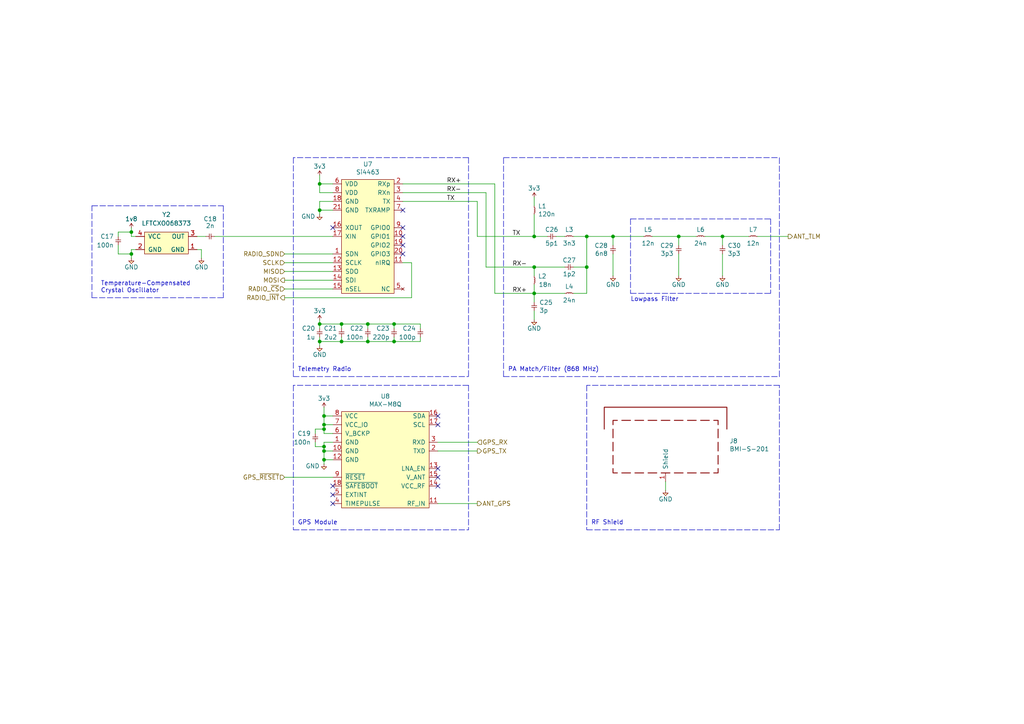
<source format=kicad_sch>
(kicad_sch (version 20211123) (generator eeschema)
  (paper "A4")
  (title_block (title "Lychee Flight Computer") (date "2021-12-31") (rev "1") (company "Cambridge University Spaceflight") (comment 1 "Drawn By H. Franks"))
  (lib_symbols
    (symbol "Strix:1v8" (power) (pin_numbers hide) (pin_names (offset 1.016) hide)
      (property "Value" "1v8" (at 0 2.286 0))
      (symbol "1v8_0_1"
        (polyline (pts (xy 0 1.27) (xy 0.508 0.508)))
        (polyline (pts (xy 0 0) (xy 0 1.27) (xy -0.508 0.508)))
      )
      (symbol "1v8_1_1"
        (pin power_in line (at 0 0 180) (length 0) hide (name "1v8") (number "1"))
      )
    )
    (symbol "Strix:3v3" (power) (pin_numbers hide) (pin_names (offset 1.016) hide)
      (property "Value" "3v3" (at 0 2.286 0))
      (symbol "3v3_0_1"
        (polyline (pts (xy 0 1.27) (xy 0.508 0.508)))
        (polyline (pts (xy 0 0) (xy 0 1.27) (xy -0.508 0.508)))
      )
      (symbol "3v3_1_1"
        (pin power_in line (at 0 0 180) (length 0) hide (name "3v3") (number "1"))
      )
    )
    (symbol "Strix:BMI-S-201" (pin_names (offset 1.016))
      (property "Reference" "J" (at 0 5.08 0))
      (property "Value" "BMI-S-201" (at 0 2.54 0))
      (symbol "BMI-S-201_0_1"
        (polyline (pts (xy -15.24 -5.08) (xy -15.24 -2.54)) (stroke (width 0.254)))
        (polyline (pts (xy -15.24 -1.27) (xy -15.24 1.27)) (stroke (width 0.254)))
        (polyline (pts (xy -15.24 2.54) (xy -15.24 5.08)) (stroke (width 0.254)))
        (polyline (pts (xy -12.7 7.62) (xy -10.16 7.62)) (stroke (width 0.254)))
        (polyline (pts (xy -10.16 -7.62) (xy -12.7 -7.62)) (stroke (width 0.254)))
        (polyline (pts (xy -6.35 -7.62) (xy -8.89 -7.62)) (stroke (width 0.254)))
        (polyline (pts (xy -6.35 7.62) (xy -8.89 7.62)) (stroke (width 0.254)))
        (polyline (pts (xy -2.54 -7.62) (xy -5.08 -7.62)) (stroke (width 0.254)))
        (polyline (pts (xy -2.54 7.62) (xy -5.08 7.62)) (stroke (width 0.254)))
        (polyline (pts (xy -1.27 -7.62) (xy 1.27 -7.62)) (stroke (width 0.254)))
        (polyline (pts (xy 1.27 7.62) (xy -1.27 7.62)) (stroke (width 0.254)))
        (polyline (pts (xy 2.54 -7.62) (xy 5.08 -7.62)) (stroke (width 0.254)))
        (polyline (pts (xy 5.08 7.62) (xy 2.54 7.62)) (stroke (width 0.254)))
        (polyline (pts (xy 6.35 -7.62) (xy 8.89 -7.62)) (stroke (width 0.254)))
        (polyline (pts (xy 8.89 7.62) (xy 6.35 7.62)) (stroke (width 0.254)))
        (polyline (pts (xy 10.16 -7.62) (xy 12.7 -7.62)) (stroke (width 0.254)))
        (polyline (pts (xy 12.7 7.62) (xy 10.16 7.62)) (stroke (width 0.254)))
        (polyline (pts (xy 15.24 -5.08) (xy 15.24 -2.54)) (stroke (width 0.254)))
        (polyline (pts (xy 15.24 -1.27) (xy 15.24 1.27)) (stroke (width 0.254)))
        (polyline (pts (xy 15.24 2.54) (xy 15.24 5.08)) (stroke (width 0.254)))
        (polyline (pts (xy -15.24 6.35) (xy -15.24 7.62) (xy -13.97 7.62)) (stroke (width 0.254)))
        (polyline (pts (xy -13.97 -7.62) (xy -15.24 -7.62) (xy -15.24 -6.35)) (stroke (width 0.254)))
        (polyline (pts (xy 13.97 -7.62) (xy 15.24 -7.62) (xy 15.24 -6.35)) (stroke (width 0.254)))
        (polyline (pts (xy 15.24 6.35) (xy 15.24 7.62) (xy 13.97 7.62)) (stroke (width 0.254)))
        (polyline (pts (xy -17.78 5.08) (xy -17.78 11.43) (xy 17.78 11.43) (xy 17.78 5.08)) (stroke (width 0.254)))
      )
      (symbol "BMI-S-201_1_1"
        (pin passive line (at 0 -10.16 90) (length 2.54) (name "Shield") (number "1"))
      )
    )
    (symbol "Strix:C" (pin_numbers hide) (pin_names (offset 1.016) hide)
      (property "Reference" "C" (at 1.27 1.778 0))
      (property "Value" "C" (at 1.27 -1.778 0))
      (symbol "C_0_1"
        (polyline (pts (xy 1.016 0.762) (xy 1.016 -0.762)))
        (polyline (pts (xy 1.524 0.762) (xy 1.524 -0.762)))
      )
      (symbol "C_1_1"
        (pin passive line (at 0 0 0) (length 1.016) (name "~") (number "1"))
        (pin passive line (at 2.54 0 180) (length 1.016) (name "~") (number "2"))
      )
    )
    (symbol "Strix:GND" (power) (pin_numbers hide) (pin_names (offset 1.016) hide)
      (property "Value" "GND" (at 0 -2.54 0))
      (symbol "GND_0_1"
        (polyline (pts (xy 0 0) (xy 0 -0.762)))
        (polyline (pts (xy -0.762 -0.762) (xy 0.762 -0.762) (xy 0 -1.524) (xy -0.762 -0.762)) (fill (type background)))
      )
      (symbol "GND_1_1"
        (pin power_in line (at 0 0 180) (length 0) hide (name "GND") (number "1"))
      )
    )
    (symbol "Strix:L" (pin_numbers hide) (pin_names (offset 1.016) hide)
      (property "Reference" "L" (at 1.27 1.27 0))
      (property "Value" "L" (at 1.27 -1.27 0))
      (symbol "L_0_1"
        (arc (start 1.016 0) (mid 0.762 0.254) (end 0.508 0))
        (arc (start 1.524 0) (mid 1.27 0.254) (end 1.016 0))
        (arc (start 2.032 0) (mid 1.778 0.254) (end 1.524 0))
      )
      (symbol "L_1_1"
        (pin passive line (at 0 0 0) (length 0.508) (name "~") (number "1"))
        (pin passive line (at 2.54 0 180) (length 0.508) (name "~") (number "2"))
      )
    )
    (symbol "Strix:LFTCXO068373" (pin_names (offset 1.016))
      (property "Reference" "Y" (at 0 3.81 0))
      (property "Value" "LFTCXO068373" (at 0 -5.08 0))
      (symbol "LFTCXO068373_0_1"
        (rectangle (start -6.35 2.54) (end 6.35 -3.81) (fill (type background)))
      )
      (symbol "LFTCXO068373_1_1"
        (pin power_in line (at 8.89 -2.54 180) (length 2.54) (name "GND") (number "1"))
        (pin power_in line (at -8.89 -2.54 0) (length 2.54) (name "GND") (number "2"))
        (pin output line (at 8.89 1.27 180) (length 2.54) (name "OUT") (number "3"))
        (pin power_in line (at -8.89 1.27 0) (length 2.54) (name "VCC") (number "4"))
      )
    )
    (symbol "Strix:MAX-M8Q" (pin_names (offset 1.016))
      (property "Reference" "U" (at -12.7 15.24 0))
      (property "Value" "MAX-M8Q" (at -12.7 -15.24 0))
      (symbol "MAX-M8Q_0_0"
        (pin power_in line (at -15.24 5.08 0) (length 2.54) (name "GND") (number "1"))
        (pin power_in line (at -15.24 2.54 0) (length 2.54) (name "GND") (number "10"))
        (pin input line (at 15.24 -12.7 180) (length 2.54) (name "RF_IN") (number "11"))
        (pin power_in line (at -15.24 0 0) (length 2.54) (name "GND") (number "12"))
        (pin output line (at 15.24 -2.54 180) (length 2.54) (name "LNA_EN") (number "13"))
        (pin power_out line (at 15.24 -7.62 180) (length 2.54) (name "VCC_RF") (number "14"))
        (pin power_in line (at 15.24 -5.08 180) (length 2.54) (name "V_ANT") (number "15"))
        (pin bidirectional line (at 15.24 12.7 180) (length 2.54) (name "SDA") (number "16"))
        (pin bidirectional line (at 15.24 10.16 180) (length 2.54) (name "SCL") (number "17"))
        (pin input line (at -15.24 -7.62 0) (length 2.54) (name "~{SAFEBOOT}") (number "18"))
        (pin input line (at 15.24 2.54 180) (length 2.54) (name "TXD") (number "2"))
        (pin input line (at 15.24 5.08 180) (length 2.54) (name "RXD") (number "3"))
        (pin output line (at -15.24 -12.7 0) (length 2.54) (name "TIMEPULSE") (number "4"))
        (pin input line (at -15.24 -10.16 0) (length 2.54) (name "EXTINT") (number "5"))
        (pin power_in line (at -15.24 7.62 0) (length 2.54) (name "V_BCKP") (number "6"))
        (pin power_in line (at -15.24 10.16 0) (length 2.54) (name "VCC_IO") (number "7"))
        (pin power_in line (at -15.24 12.7 0) (length 2.54) (name "VCC") (number "8"))
        (pin input line (at -15.24 -5.08 0) (length 2.54) (name "~{RESET}") (number "9"))
      )
      (symbol "MAX-M8Q_0_1"
        (rectangle (start -12.7 13.97) (end 12.7 -13.97) (fill (type background)))
      )
    )
    (symbol "Strix:Si4463" (pin_names (offset 1.016))
      (property "Reference" "U" (at -7.62 17.78 0))
      (property "Value" "Si4463" (at -7.62 -17.78 0))
      (symbol "Si4463_0_1"
        (rectangle (start -7.62 16.51) (end 7.62 -16.51) (fill (type background)))
      )
      (symbol "Si4463_1_1"
        (pin input line (at -10.16 -5.08 0) (length 2.54) (name "SDN") (number "1"))
        (pin bidirectional line (at 10.16 0 180) (length 2.54) (name "GPIO1") (number "10"))
        (pin output line (at 10.16 -7.62 180) (length 2.54) (name "nIRQ") (number "11"))
        (pin input line (at -10.16 -7.62 0) (length 2.54) (name "SCLK") (number "12"))
        (pin output line (at -10.16 -10.16 0) (length 2.54) (name "SDO") (number "13"))
        (pin input line (at -10.16 -12.7 0) (length 2.54) (name "SDI") (number "14"))
        (pin input line (at -10.16 -15.24 0) (length 2.54) (name "nSEL") (number "15"))
        (pin output line (at -10.16 2.54 0) (length 2.54) (name "XOUT") (number "16"))
        (pin input line (at -10.16 0 0) (length 2.54) (name "XIN") (number "17"))
        (pin power_in line (at -10.16 10.16 0) (length 2.54) (name "GND") (number "18"))
        (pin bidirectional line (at 10.16 -2.54 180) (length 2.54) (name "GPIO2") (number "19"))
        (pin input line (at 10.16 15.24 180) (length 2.54) (name "RXp") (number "2"))
        (pin bidirectional line (at 10.16 -5.08 180) (length 2.54) (name "GPIO3") (number "20"))
        (pin power_in line (at -10.16 7.62 0) (length 2.54) (name "GND") (number "21"))
        (pin input line (at 10.16 12.7 180) (length 2.54) (name "RXn") (number "3"))
        (pin output line (at 10.16 10.16 180) (length 2.54) (name "TX") (number "4"))
        (pin no_connect line (at 10.16 -15.24 180) (length 2.54) (name "NC") (number "5"))
        (pin power_in line (at -10.16 15.24 0) (length 2.54) (name "VDD") (number "6"))
        (pin output line (at 10.16 7.62 180) (length 2.54) (name "TXRAMP") (number "7"))
        (pin power_in line (at -10.16 12.7 0) (length 2.54) (name "VDD") (number "8"))
        (pin bidirectional line (at 10.16 2.54 180) (length 2.54) (name "GPIO0") (number "9"))
      )
    )
  )
  (junction (at 106.68 99.06))
  (junction (at 196.85 68.58))
  (junction (at 99.06 93.98))
  (junction (at 38.1 73.66))
  (junction (at 154.94 77.47))
  (junction (at 114.3 93.98))
  (junction (at 114.3 99.06))
  (junction (at 177.8 68.58))
  (junction (at 38.1 67.31))
  (junction (at 93.98 133.35))
  (junction (at 106.68 93.98))
  (junction (at 93.98 123.19))
  (junction (at 92.71 53.34))
  (junction (at 209.55 68.58))
  (junction (at 93.98 130.81))
  (junction (at 92.71 93.98))
  (junction (at 93.98 129.54))
  (junction (at 154.94 85.09))
  (junction (at 154.94 68.58))
  (junction (at 92.71 99.06))
  (junction (at 93.98 124.46))
  (junction (at 92.71 60.96))
  (junction (at 99.06 99.06))
  (junction (at 93.98 120.65))
  (junction (at 170.18 77.47))
  (junction (at 170.18 68.58))
  (no_connect (at 127 123.19))
  (no_connect (at 96.52 143.51))
  (no_connect (at 116.84 73.66))
  (no_connect (at 127 138.43))
  (no_connect (at 116.84 71.12))
  (no_connect (at 116.84 66.04))
  (no_connect (at 127 120.65))
  (no_connect (at 96.52 146.05))
  (no_connect (at 127 140.97))
  (no_connect (at 116.84 60.96))
  (no_connect (at 96.52 140.97))
  (no_connect (at 96.52 66.04))
  (no_connect (at 127 135.89))
  (no_connect (at 116.84 68.58))
  (polyline (pts (xy 146.05 45.72) (xy 226.06 45.72)))
  (wire (pts (xy 34.29 71.12) (xy 34.29 73.66)))
  (polyline (pts (xy 135.89 45.72) (xy 85.09 45.72)))
  (wire (pts (xy 138.43 58.42) (xy 138.43 68.58)))
  (polyline (pts (xy 85.09 109.22) (xy 135.89 109.22)))
  (wire (pts (xy 82.55 138.43) (xy 96.52 138.43)))
  (polyline (pts (xy 226.06 109.22) (xy 226.06 45.72)))
  (wire (pts (xy 93.98 134.62) (xy 93.98 133.35)))
  (wire (pts (xy 106.68 99.06) (xy 106.68 97.79)))
  (wire (pts (xy 91.44 124.46) (xy 91.44 125.73)))
  (polyline (pts (xy 182.88 63.5) (xy 182.88 85.09)))
  (wire (pts (xy 99.06 93.98) (xy 99.06 95.25)))
  (polyline (pts (xy 226.06 111.76) (xy 170.18 111.76)))
  (wire (pts (xy 119.38 86.36) (xy 119.38 76.2)))
  (wire (pts (xy 93.98 123.19) (xy 93.98 124.46)))
  (wire (pts (xy 92.71 99.06) (xy 99.06 99.06)))
  (wire (pts (xy 116.84 76.2) (xy 119.38 76.2)))
  (wire (pts (xy 154.94 85.09) (xy 154.94 87.63)))
  (wire (pts (xy 166.37 77.47) (xy 170.18 77.47)))
  (wire (pts (xy 196.85 71.12) (xy 196.85 68.58)))
  (wire (pts (xy 92.71 93.98) (xy 92.71 95.25)))
  (wire (pts (xy 114.3 93.98) (xy 114.3 95.25)))
  (wire (pts (xy 93.98 128.27) (xy 96.52 128.27)))
  (wire (pts (xy 92.71 58.42) (xy 92.71 60.96)))
  (wire (pts (xy 114.3 99.06) (xy 121.92 99.06)))
  (wire (pts (xy 116.84 58.42) (xy 138.43 58.42)))
  (wire (pts (xy 209.55 68.58) (xy 209.55 71.12)))
  (wire (pts (xy 93.98 130.81) (xy 93.98 129.54)))
  (wire (pts (xy 127 146.05) (xy 138.43 146.05)))
  (wire (pts (xy 91.44 128.27) (xy 91.44 129.54)))
  (wire (pts (xy 143.51 53.34) (xy 143.51 85.09)))
  (wire (pts (xy 91.44 129.54) (xy 93.98 129.54)))
  (wire (pts (xy 170.18 77.47) (xy 170.18 85.09)))
  (wire (pts (xy 121.92 99.06) (xy 121.92 97.79)))
  (wire (pts (xy 93.98 125.73) (xy 96.52 125.73)))
  (wire (pts (xy 116.84 53.34) (xy 143.51 53.34)))
  (wire (pts (xy 34.29 67.31) (xy 38.1 67.31)))
  (wire (pts (xy 219.71 68.58) (xy 228.6 68.58)))
  (wire (pts (xy 114.3 99.06) (xy 106.68 99.06)))
  (wire (pts (xy 127 128.27) (xy 138.43 128.27)))
  (wire (pts (xy 154.94 82.55) (xy 154.94 85.09)))
  (wire (pts (xy 38.1 67.31) (xy 38.1 68.58)))
  (wire (pts (xy 201.93 68.58) (xy 196.85 68.58)))
  (wire (pts (xy 186.69 68.58) (xy 177.8 68.58)))
  (wire (pts (xy 93.98 129.54) (xy 93.98 128.27)))
  (wire (pts (xy 154.94 90.17) (xy 154.94 92.71)))
  (polyline (pts (xy 85.09 45.72) (xy 85.09 109.22)))
  (polyline (pts (xy 182.88 85.09) (xy 223.52 85.09)))
  (wire (pts (xy 177.8 71.12) (xy 177.8 68.58)))
  (wire (pts (xy 154.94 59.69) (xy 154.94 57.15)))
  (wire (pts (xy 93.98 133.35) (xy 96.52 133.35)))
  (wire (pts (xy 39.37 68.58) (xy 38.1 68.58)))
  (wire (pts (xy 93.98 123.19) (xy 96.52 123.19)))
  (wire (pts (xy 93.98 118.11) (xy 93.98 120.65)))
  (wire (pts (xy 138.43 68.58) (xy 154.94 68.58)))
  (polyline (pts (xy 64.77 86.36) (xy 26.67 86.36)))
  (wire (pts (xy 92.71 93.98) (xy 92.71 92.71)))
  (wire (pts (xy 140.97 55.88) (xy 140.97 77.47)))
  (wire (pts (xy 82.55 81.28) (xy 96.52 81.28)))
  (wire (pts (xy 163.83 68.58) (xy 161.29 68.58)))
  (wire (pts (xy 34.29 68.58) (xy 34.29 67.31)))
  (wire (pts (xy 154.94 80.01) (xy 154.94 77.47)))
  (wire (pts (xy 92.71 50.8) (xy 92.71 53.34)))
  (wire (pts (xy 38.1 73.66) (xy 38.1 74.93)))
  (wire (pts (xy 158.75 68.58) (xy 154.94 68.58)))
  (polyline (pts (xy 26.67 59.69) (xy 64.77 59.69)))
  (wire (pts (xy 106.68 93.98) (xy 99.06 93.98)))
  (wire (pts (xy 92.71 99.06) (xy 92.71 100.33)))
  (polyline (pts (xy 26.67 86.36) (xy 26.67 59.69)))
  (wire (pts (xy 92.71 55.88) (xy 92.71 53.34)))
  (wire (pts (xy 166.37 68.58) (xy 170.18 68.58)))
  (polyline (pts (xy 135.89 111.76) (xy 135.89 153.67)))
  (wire (pts (xy 92.71 60.96) (xy 92.71 62.23)))
  (wire (pts (xy 163.83 85.09) (xy 154.94 85.09)))
  (wire (pts (xy 38.1 66.04) (xy 38.1 67.31)))
  (polyline (pts (xy 170.18 111.76) (xy 170.18 153.67)))
  (wire (pts (xy 217.17 68.58) (xy 209.55 68.58)))
  (wire (pts (xy 127 130.81) (xy 138.43 130.81)))
  (wire (pts (xy 96.52 58.42) (xy 92.71 58.42)))
  (wire (pts (xy 34.29 73.66) (xy 38.1 73.66)))
  (wire (pts (xy 39.37 72.39) (xy 38.1 72.39)))
  (wire (pts (xy 82.55 78.74) (xy 96.52 78.74)))
  (wire (pts (xy 93.98 130.81) (xy 96.52 130.81)))
  (polyline (pts (xy 223.52 63.5) (xy 223.52 85.09)))
  (wire (pts (xy 99.06 99.06) (xy 106.68 99.06)))
  (wire (pts (xy 106.68 95.25) (xy 106.68 93.98)))
  (wire (pts (xy 92.71 53.34) (xy 96.52 53.34)))
  (wire (pts (xy 204.47 68.58) (xy 209.55 68.58)))
  (wire (pts (xy 170.18 68.58) (xy 177.8 68.58)))
  (polyline (pts (xy 135.89 111.76) (xy 85.09 111.76)))
  (wire (pts (xy 92.71 97.79) (xy 92.71 99.06)))
  (wire (pts (xy 170.18 85.09) (xy 166.37 85.09)))
  (wire (pts (xy 38.1 72.39) (xy 38.1 73.66)))
  (wire (pts (xy 99.06 93.98) (xy 92.71 93.98)))
  (polyline (pts (xy 64.77 59.69) (xy 64.77 86.36)))
  (wire (pts (xy 93.98 124.46) (xy 91.44 124.46)))
  (polyline (pts (xy 146.05 109.22) (xy 226.06 109.22)))
  (polyline (pts (xy 135.89 45.72) (xy 135.89 109.22)))
  (wire (pts (xy 57.15 68.58) (xy 59.69 68.58)))
  (wire (pts (xy 57.15 72.39) (xy 58.42 72.39)))
  (wire (pts (xy 82.55 76.2) (xy 96.52 76.2)))
  (wire (pts (xy 93.98 124.46) (xy 93.98 125.73)))
  (polyline (pts (xy 226.06 153.67) (xy 226.06 111.76)))
  (wire (pts (xy 140.97 77.47) (xy 154.94 77.47)))
  (wire (pts (xy 196.85 73.66) (xy 196.85 80.01)))
  (polyline (pts (xy 170.18 153.67) (xy 226.06 153.67)))
  (wire (pts (xy 62.23 68.58) (xy 96.52 68.58)))
  (wire (pts (xy 114.3 97.79) (xy 114.3 99.06)))
  (wire (pts (xy 170.18 68.58) (xy 170.18 77.47)))
  (wire (pts (xy 96.52 60.96) (xy 92.71 60.96)))
  (wire (pts (xy 99.06 99.06) (xy 99.06 97.79)))
  (wire (pts (xy 93.98 133.35) (xy 93.98 130.81)))
  (wire (pts (xy 143.51 85.09) (xy 154.94 85.09)))
  (polyline (pts (xy 146.05 109.22) (xy 146.05 45.72)))
  (wire (pts (xy 96.52 55.88) (xy 92.71 55.88)))
  (wire (pts (xy 114.3 93.98) (xy 121.92 93.98)))
  (wire (pts (xy 196.85 68.58) (xy 189.23 68.58)))
  (polyline (pts (xy 182.88 63.5) (xy 223.52 63.5)))
  (polyline (pts (xy 85.09 153.67) (xy 135.89 153.67)))
  (wire (pts (xy 116.84 55.88) (xy 140.97 55.88)))
  (wire (pts (xy 154.94 62.23) (xy 154.94 68.58)))
  (wire (pts (xy 82.55 83.82) (xy 96.52 83.82)))
  (wire (pts (xy 121.92 93.98) (xy 121.92 95.25)))
  (wire (pts (xy 58.42 72.39) (xy 58.42 74.93)))
  (wire (pts (xy 177.8 73.66) (xy 177.8 80.01)))
  (wire (pts (xy 93.98 120.65) (xy 93.98 123.19)))
  (wire (pts (xy 93.98 120.65) (xy 96.52 120.65)))
  (wire (pts (xy 82.55 86.36) (xy 119.38 86.36)))
  (wire (pts (xy 82.55 73.66) (xy 96.52 73.66)))
  (wire (pts (xy 106.68 93.98) (xy 114.3 93.98)))
  (wire (pts (xy 193.04 139.7) (xy 193.04 142.24)))
  (polyline (pts (xy 85.09 111.76) (xy 85.09 153.67)))
  (wire (pts (xy 163.83 77.47) (xy 154.94 77.47)))
  (wire (pts (xy 209.55 73.66) (xy 209.55 80.01)))
  (text "PA Match/Filter (868 MHz)" (at 147.32 107.95 0) (effects (font (size 1.27 1.27)) (justify left bottom)))
  (text "Lowpass Filter" (at 182.88 87.63 0) (effects (font (size 1.27 1.27)) (justify left bottom)))
  (text "GPS Module" (at 86.36 152.4 0) (effects (font (size 1.27 1.27)) (justify left bottom)))
  (text "Telemetry Radio" (at 86.36 107.95 0) (effects (font (size 1.27 1.27)) (justify left bottom)))
  (text "Temperature-Compensated\nCrystal Oscillator" (at 29.21 85.09 0) (effects (font (size 1.27 1.27)) (justify left bottom)))
  (text "RF Shield" (at 171.45 152.4 0) (effects (font (size 1.27 1.27)) (justify left bottom)))
  (label "RX+" (at 148.59 85.09 0))
  (label "TX" (at 148.59 68.58 0))
  (label "TX" (at 129.54 58.42 0))
  (label "RX-" (at 148.59 77.47 0))
  (label "RX-" (at 129.54 55.88 0))
  (label "RX+" (at 129.54 53.34 0))
  (hierarchical_label "GPS_RX" (shape input) (at 138.43 128.27 0))
  (hierarchical_label "GPS_~{RESET}" (shape input) (at 82.55 138.43 180))
  (hierarchical_label "MOSI" (shape output) (at 82.55 81.28 180))
  (hierarchical_label "RADIO_SDN" (shape input) (at 82.55 73.66 180))
  (hierarchical_label "RADIO_~{CS}" (shape input) (at 82.55 83.82 180))
  (hierarchical_label "GPS_TX" (shape output) (at 138.43 130.81 0))
  (hierarchical_label "ANT_TLM" (shape output) (at 228.6 68.58 0))
  (hierarchical_label "MISO" (shape input) (at 82.55 78.74 180))
  (hierarchical_label "RADIO_~{INT}" (shape output) (at 82.55 86.36 180))
  (hierarchical_label "ANT_GPS" (shape output) (at 138.43 146.05 0))
  (hierarchical_label "SCLK" (shape input) (at 82.55 76.2 180))
  (symbol (lib_id "Strix:GND") (at 92.71 62.23 0) (unit 1)
    (property "Reference" "#PWR034" (effects hide))
    (property "Value" "GND" (at 91.44 63.5 0) (effects (justify right bottom)))
  )
  (symbol (lib_id "Strix:3v3") (at 92.71 50.8 0) (unit 1)
    (property "Reference" "#PWR033" (effects hide))
    (property "Value" "3v3" (at 92.71 48.26 0))
  )
  (symbol (lib_id "Strix:3v3") (at 92.71 92.71 0) (unit 1)
    (property "Reference" "#PWR035" (effects hide))
    (property "Value" "3v3" (at 92.71 90.17 0))
  )
  (symbol (lib_id "Strix:GND") (at 92.71 100.33 0) (unit 1)
    (property "Reference" "#PWR036" (effects hide))
    (property "Value" "GND" (at 92.71 102.87 0))
  )
  (symbol (lib_id "Strix:C") (at 121.92 95.25 90) (mirror x) (unit 1)
    (property "Reference" "C24" (at 120.65 95.25 90) (effects (justify left)))
    (property "Value" "100p" (at 120.65 97.79 90) (effects (justify left)))
    (property "Footprint" "Lychee:C_0402" (effects hide))
  )
  (symbol (lib_id "Strix:C") (at 114.3 95.25 90) (mirror x) (unit 1)
    (property "Reference" "C23" (at 113.03 95.25 90) (effects (justify left)))
    (property "Value" "220p" (at 113.03 97.79 90) (effects (justify left)))
    (property "Footprint" "Lychee:C_0402" (effects hide))
  )
  (symbol (lib_id "Strix:C") (at 106.68 95.25 90) (mirror x) (unit 1)
    (property "Reference" "C22" (at 105.41 95.25 90) (effects (justify left)))
    (property "Value" "100n" (at 105.41 97.79 90) (effects (justify left)))
    (property "Footprint" "Lychee:C_0402" (effects hide))
  )
  (symbol (lib_id "Strix:C") (at 99.06 95.25 90) (mirror x) (unit 1)
    (property "Reference" "C21" (at 97.79 95.25 90) (effects (justify left)))
    (property "Value" "2u2" (at 97.79 97.79 90) (effects (justify left)))
    (property "Footprint" "Lychee:C_0402" (effects hide))
  )
  (symbol (lib_id "Strix:C") (at 92.71 95.25 90) (mirror x) (unit 1)
    (property "Reference" "C20" (at 91.44 95.25 90) (effects (justify left)))
    (property "Value" "1u" (at 91.44 97.79 90) (effects (justify left)))
    (property "Footprint" "Lychee:C_0402" (effects hide))
  )
  (symbol (lib_id "Strix:GND") (at 93.98 134.62 0) (unit 1)
    (property "Reference" "#PWR038" (effects hide))
    (property "Value" "GND" (at 92.71 135.89 0) (effects (justify right bottom)))
  )
  (symbol (lib_id "Strix:3v3") (at 93.98 118.11 0) (unit 1)
    (property "Reference" "#PWR037" (effects hide))
    (property "Value" "3v3" (at 93.98 115.57 0))
  )
  (symbol (lib_id "Strix:C") (at 91.44 128.27 90) (unit 1)
    (property "Reference" "C19" (at 90.17 125.73 90) (effects (justify left)))
    (property "Value" "100n" (at 90.17 128.27 90) (effects (justify left)))
    (property "Footprint" "Lychee:C_0402" (effects hide))
  )
  (symbol (lib_id "Strix:GND") (at 196.85 80.01 0) (unit 1)
    (property "Reference" "#PWR043" (effects hide))
    (property "Value" "GND" (at 196.85 82.55 0))
  )
  (symbol (lib_id "Strix:3v3") (at 154.94 57.15 0) (unit 1)
    (property "Reference" "#PWR039" (effects hide))
    (property "Value" "3v3" (at 154.94 54.61 0))
  )
  (symbol (lib_id "Strix:L") (at 154.94 59.69 270) (unit 1)
    (property "Reference" "L1" (at 156.0576 59.7916 90) (effects (justify left)))
    (property "Value" "120n" (at 156.0576 62.103 90) (effects (justify left)))
    (property "Footprint" "Lychee:L_0402" (effects hide))
  )
  (symbol (lib_id "Strix:C") (at 163.83 77.47 0) (unit 1)
    (property "Reference" "C27" (at 165.1 76.2 0) (effects (justify bottom)))
    (property "Value" "1p2" (at 165.1 78.74 0) (effects (justify top)))
    (property "Footprint" "Lychee:C_0402" (effects hide))
  )
  (symbol (lib_id "Strix:L") (at 163.83 85.09 0) (unit 1)
    (property "Reference" "L4" (at 165.1 83.82 0) (effects (justify bottom)))
    (property "Value" "24n" (at 165.1 86.36 0) (effects (justify top)))
    (property "Footprint" "Lychee:L_0402" (effects hide))
  )
  (symbol (lib_id "Strix:GND") (at 154.94 92.71 0) (unit 1)
    (property "Reference" "#PWR040" (effects hide))
    (property "Value" "GND" (at 154.94 95.25 0))
  )
  (symbol (lib_id "Strix:C") (at 154.94 87.63 270) (unit 1)
    (property "Reference" "C25" (at 156.4132 87.7316 90) (effects (justify left)))
    (property "Value" "3p" (at 156.4132 90.043 90) (effects (justify left)))
    (property "Footprint" "Lychee:C_0402" (effects hide))
  )
  (symbol (lib_id "Strix:L") (at 154.94 80.01 270) (unit 1)
    (property "Reference" "L2" (at 156.0576 80.1116 90) (effects (justify left)))
    (property "Value" "18n" (at 156.21 82.55 90) (effects (justify left)))
    (property "Footprint" "Lychee:L_0402" (effects hide))
  )
  (symbol (lib_id "Strix:L") (at 163.83 68.58 0) (unit 1)
    (property "Reference" "L3" (at 165.1 67.31 0) (effects (justify bottom)))
    (property "Value" "3n3" (at 165.1 69.85 0) (effects (justify top)))
    (property "Footprint" "Lychee:L_0402" (effects hide))
  )
  (symbol (lib_id "Strix:L") (at 201.93 68.58 0) (unit 1)
    (property "Reference" "L6" (at 203.2 67.31 0) (effects (justify bottom)))
    (property "Value" "24n" (at 203.2 69.85 0) (effects (justify top)))
    (property "Footprint" "Lychee:L_0402" (effects hide))
  )
  (symbol (lib_id "Strix:C") (at 196.85 71.12 90) (mirror x) (unit 1)
    (property "Reference" "C29" (at 195.3768 71.2216 90) (effects (justify left)))
    (property "Value" "3p3" (at 195.3768 73.533 90) (effects (justify left)))
    (property "Footprint" "Lychee:C_0402" (effects hide))
  )
  (symbol (lib_id "Strix:C") (at 209.55 71.12 270) (unit 1)
    (property "Reference" "C30" (at 211.0232 71.2216 90) (effects (justify left)))
    (property "Value" "3p3" (at 211.0232 73.533 90) (effects (justify left)))
    (property "Footprint" "Lychee:C_0402" (effects hide))
  )
  (symbol (lib_id "Strix:C") (at 158.75 68.58 0) (unit 1)
    (property "Reference" "C26" (at 160.02 67.31 0) (effects (justify bottom)))
    (property "Value" "5p1" (at 160.02 69.85 0) (effects (justify top)))
    (property "Footprint" "Lychee:C_0402" (effects hide))
  )
  (symbol (lib_id "Strix:C") (at 177.8 71.12 90) (mirror x) (unit 1)
    (property "Reference" "C28" (at 176.3268 71.2216 90) (effects (justify left)))
    (property "Value" "6n8" (at 176.3268 73.533 90) (effects (justify left)))
    (property "Footprint" "Lychee:C_0402" (effects hide))
  )
  (symbol (lib_id "Strix:GND") (at 177.8 80.01 0) (unit 1)
    (property "Reference" "#PWR041" (effects hide))
    (property "Value" "GND" (at 177.8 82.55 0))
  )
  (symbol (lib_id "Strix:L") (at 186.69 68.58 0) (unit 1)
    (property "Reference" "L5" (at 187.96 67.31 0) (effects (justify bottom)))
    (property "Value" "12n" (at 187.96 69.85 0) (effects (justify top)))
    (property "Footprint" "Lychee:L_0402" (effects hide))
  )
  (symbol (lib_id "Strix:L") (at 217.17 68.58 0) (unit 1)
    (property "Reference" "L7" (at 218.44 67.31 0) (effects (justify bottom)))
    (property "Value" "12n" (at 218.44 69.85 0) (effects (justify top)))
    (property "Footprint" "Lychee:L_0402" (effects hide))
  )
  (symbol (lib_id "Strix:GND") (at 209.55 80.01 0) (unit 1)
    (property "Reference" "#PWR044" (effects hide))
    (property "Value" "GND" (at 209.55 82.55 0))
  )
  (symbol (lib_id "Strix:Si4463") (at 106.68 68.58 0) (unit 1)
    (property "Reference" "U7" (at 106.68 47.625 0))
    (property "Value" "Si4463" (at 106.68 49.9364 0))
    (property "Footprint" "Lychee:Si4463" (effects hide))
    (property "Farnell" "2462637" (effects hide))
  )
  (symbol (lib_id "Strix:GND") (at 193.04 142.24 0) (unit 1)
    (property "Reference" "#PWR042" (effects hide))
    (property "Value" "GND" (at 193.04 144.78 0))
  )
  (symbol (lib_id "Strix:MAX-M8Q") (at 111.76 133.35 0) (unit 1)
    (property "Reference" "U8" (at 111.76 114.935 0))
    (property "Value" "MAX-M8Q" (at 111.76 117.2464 0))
    (property "Footprint" "Lychee:MAX-M8Q" (effects hide))
    (property "Datasheet" "https://www.u-blox.com/sites/default/files/MAX-M8-FW3_DataSheet_%28UBX-15031506%29.pdf" (effects hide))
  )
  (symbol (lib_id "Strix:BMI-S-201") (at 193.04 129.54 0) (unit 1)
    (property "Reference" "J8" (at 211.582 127.9144 0) (effects (justify left)))
    (property "Value" "BMI-S-201" (at 211.582 130.2258 0) (effects (justify left)))
    (property "Footprint" "Lychee:BMI-S-201" (effects hide))
  )
  (symbol (lib_id "Strix:GND") (at 38.1 74.93 0) (unit 1)
    (property "Reference" "#PWR031" (effects hide))
    (property "Value" "GND" (at 38.1 77.47 0))
  )
  (symbol (lib_id "Strix:C") (at 34.29 68.58 270) (unit 1)
    (property "Reference" "C17" (at 33.02 68.58 90) (effects (justify right)))
    (property "Value" "100n" (at 33.02 71.12 90) (effects (justify right)))
    (property "Footprint" "Lychee:C_0402" (effects hide))
  )
  (symbol (lib_id "Strix:1v8") (at 38.1 66.04 0) (unit 1)
    (property "Reference" "#PWR030" (effects hide))
    (property "Value" "1v8" (at 38.1 63.5 0))
  )
  (symbol (lib_id "Strix:GND") (at 58.42 74.93 0) (unit 1)
    (property "Reference" "#PWR032" (effects hide))
    (property "Value" "GND" (at 58.42 77.47 0))
  )
  (symbol (lib_id "Strix:C") (at 59.69 68.58 0) (unit 1)
    (property "Reference" "C18" (at 60.96 63.5 0))
    (property "Value" "2n" (at 60.96 64.77 0) (effects (justify top)))
    (property "Footprint" "Lychee:C_0402" (effects hide))
  )
  (symbol (lib_id "Strix:LFTCXO068373") (at 48.26 69.85 0) (unit 1)
    (property "Reference" "Y2" (at 48.26 62.23 0))
    (property "Value" "LFTCXO068373" (at 48.26 64.77 0))
    (property "Footprint" "Lychee:LFTCXO068373" (effects hide))
    (property "Farnell" "2627327" (effects hide))
  )
)
</source>
